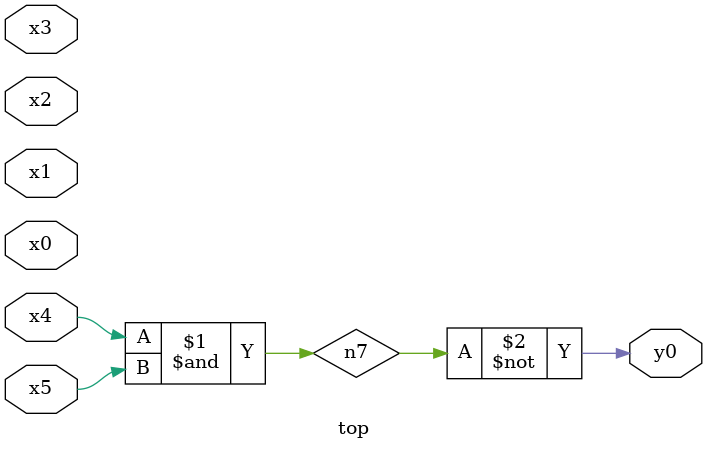
<source format=v>
module top( x0 , x1 , x2 , x3 , x4 , x5 , y0 );
  input x0 , x1 , x2 , x3 , x4 , x5 ;
  output y0 ;
  wire n7 ;
  assign n7 = x4 & x5 ;
  assign y0 = ~n7 ;
endmodule

</source>
